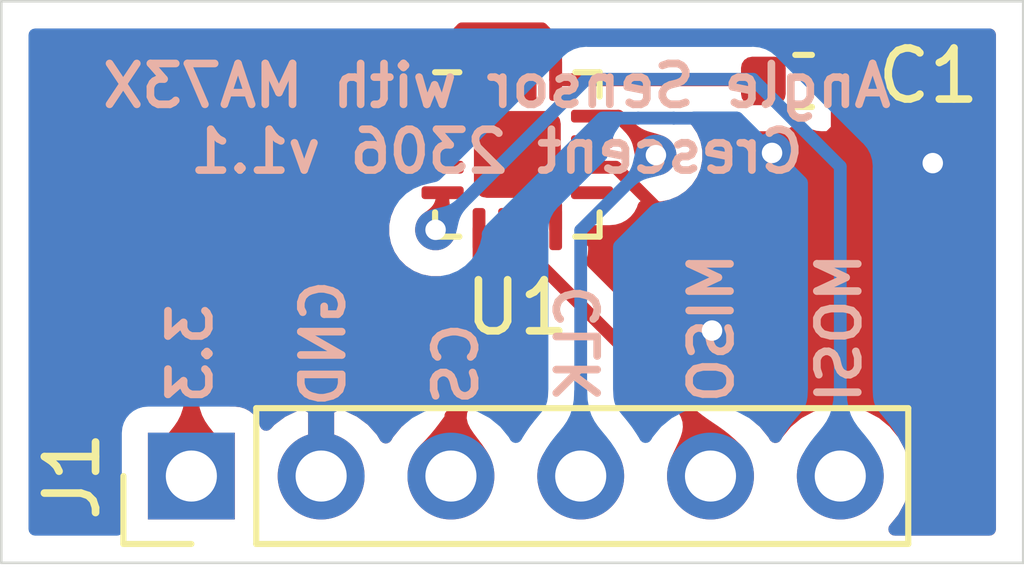
<source format=kicad_pcb>
(kicad_pcb (version 20171130) (host pcbnew "(5.1.2)-1")

  (general
    (thickness 1.6)
    (drawings 11)
    (tracks 64)
    (zones 0)
    (modules 3)
    (nets 7)
  )

  (page A4)
  (title_block
    (title "Angle Sensor Board with MA732")
    (date 2023-06-08)
    (rev v1.1)
    (company Crescent)
  )

  (layers
    (0 F.Cu signal)
    (31 B.Cu signal)
    (32 B.Adhes user)
    (33 F.Adhes user)
    (34 B.Paste user)
    (35 F.Paste user)
    (36 B.SilkS user)
    (37 F.SilkS user)
    (38 B.Mask user)
    (39 F.Mask user)
    (40 Dwgs.User user)
    (41 Cmts.User user)
    (42 Eco1.User user)
    (43 Eco2.User user)
    (44 Edge.Cuts user)
    (45 Margin user)
    (46 B.CrtYd user)
    (47 F.CrtYd user)
    (48 B.Fab user)
    (49 F.Fab user hide)
  )

  (setup
    (last_trace_width 0.25)
    (trace_clearance 0.2)
    (zone_clearance 0.508)
    (zone_45_only no)
    (trace_min 0.2)
    (via_size 0.8)
    (via_drill 0.4)
    (via_min_size 0.4)
    (via_min_drill 0.3)
    (uvia_size 0.3)
    (uvia_drill 0.1)
    (uvias_allowed no)
    (uvia_min_size 0.2)
    (uvia_min_drill 0.1)
    (edge_width 0.05)
    (segment_width 0.2)
    (pcb_text_width 0.3)
    (pcb_text_size 1.5 1.5)
    (mod_edge_width 0.12)
    (mod_text_size 1 1)
    (mod_text_width 0.15)
    (pad_size 3.2 3.2)
    (pad_drill 3.2)
    (pad_to_mask_clearance 0.051)
    (solder_mask_min_width 0.25)
    (aux_axis_origin 0 0)
    (visible_elements 7FFFFFFF)
    (pcbplotparams
      (layerselection 0x010fc_ffffffff)
      (usegerberextensions true)
      (usegerberattributes false)
      (usegerberadvancedattributes false)
      (creategerberjobfile false)
      (excludeedgelayer true)
      (linewidth 0.100000)
      (plotframeref false)
      (viasonmask false)
      (mode 1)
      (useauxorigin false)
      (hpglpennumber 1)
      (hpglpenspeed 20)
      (hpglpendiameter 15.000000)
      (psnegative false)
      (psa4output false)
      (plotreference true)
      (plotvalue true)
      (plotinvisibletext false)
      (padsonsilk false)
      (subtractmaskfromsilk true)
      (outputformat 1)
      (mirror false)
      (drillshape 0)
      (scaleselection 1)
      (outputdirectory "gerber/"))
  )

  (net 0 "")
  (net 1 /GND)
  (net 2 /3.3V)
  (net 3 /MOSI)
  (net 4 /MISO)
  (net 5 /CLK)
  (net 6 /CS)

  (net_class Default "これはデフォルトのネット クラスです。"
    (clearance 0.2)
    (trace_width 0.25)
    (via_dia 0.8)
    (via_drill 0.4)
    (uvia_dia 0.3)
    (uvia_drill 0.1)
    (add_net /3.3V)
    (add_net /CLK)
    (add_net /CS)
    (add_net /GND)
    (add_net /MISO)
    (add_net /MOSI)
  )

  (module Package_DFN_QFN:QFN-16-1EP_3x3mm_P0.5mm_EP1.7x1.7mm (layer F.Cu) (tedit 5C1D45D2) (tstamp 5F2F04B0)
    (at 160.1 87)
    (descr "QFN, 16 Pin (https://www.st.com/content/ccc/resource/technical/document/datasheet/4a/50/94/16/69/af/4b/58/DM00047334.pdf/files/DM00047334.pdf/jcr:content/translations/en.DM00047334.pdf), generated with kicad-footprint-generator ipc_dfn_qfn_generator.py")
    (tags "QFN DFN_QFN")
    (path /5F2EB893)
    (attr smd)
    (fp_text reference U1 (at 0 3) (layer F.SilkS)
      (effects (font (size 1 1) (thickness 0.15)))
    )
    (fp_text value MA732 (at 0 2.82) (layer F.Fab)
      (effects (font (size 1 1) (thickness 0.15)))
    )
    (fp_text user %R (at 0 0) (layer F.Fab)
      (effects (font (size 0.75 0.75) (thickness 0.11)))
    )
    (fp_line (start 2.12 -2.12) (end -2.12 -2.12) (layer F.CrtYd) (width 0.05))
    (fp_line (start 2.12 2.12) (end 2.12 -2.12) (layer F.CrtYd) (width 0.05))
    (fp_line (start -2.12 2.12) (end 2.12 2.12) (layer F.CrtYd) (width 0.05))
    (fp_line (start -2.12 -2.12) (end -2.12 2.12) (layer F.CrtYd) (width 0.05))
    (fp_line (start -1.5 -0.75) (end -0.75 -1.5) (layer F.Fab) (width 0.1))
    (fp_line (start -1.5 1.5) (end -1.5 -0.75) (layer F.Fab) (width 0.1))
    (fp_line (start 1.5 1.5) (end -1.5 1.5) (layer F.Fab) (width 0.1))
    (fp_line (start 1.5 -1.5) (end 1.5 1.5) (layer F.Fab) (width 0.1))
    (fp_line (start -0.75 -1.5) (end 1.5 -1.5) (layer F.Fab) (width 0.1))
    (fp_line (start -1.135 -1.61) (end -1.61 -1.61) (layer F.SilkS) (width 0.12))
    (fp_line (start 1.61 1.61) (end 1.61 1.135) (layer F.SilkS) (width 0.12))
    (fp_line (start 1.135 1.61) (end 1.61 1.61) (layer F.SilkS) (width 0.12))
    (fp_line (start -1.61 1.61) (end -1.61 1.135) (layer F.SilkS) (width 0.12))
    (fp_line (start -1.135 1.61) (end -1.61 1.61) (layer F.SilkS) (width 0.12))
    (fp_line (start 1.61 -1.61) (end 1.61 -1.135) (layer F.SilkS) (width 0.12))
    (fp_line (start 1.135 -1.61) (end 1.61 -1.61) (layer F.SilkS) (width 0.12))
    (pad 16 smd roundrect (at -0.75 -1.4625) (size 0.25 0.825) (layers F.Cu F.Paste F.Mask) (roundrect_rratio 0.25))
    (pad 15 smd roundrect (at -0.25 -1.4625) (size 0.25 0.825) (layers F.Cu F.Paste F.Mask) (roundrect_rratio 0.25))
    (pad 14 smd roundrect (at 0.25 -1.4625) (size 0.25 0.825) (layers F.Cu F.Paste F.Mask) (roundrect_rratio 0.25))
    (pad 13 smd roundrect (at 0.75 -1.4625) (size 0.25 0.825) (layers F.Cu F.Paste F.Mask) (roundrect_rratio 0.25)
      (net 2 /3.3V))
    (pad 12 smd roundrect (at 1.4625 -0.75) (size 0.825 0.25) (layers F.Cu F.Paste F.Mask) (roundrect_rratio 0.25)
      (net 5 /CLK))
    (pad 11 smd roundrect (at 1.4625 -0.25) (size 0.825 0.25) (layers F.Cu F.Paste F.Mask) (roundrect_rratio 0.25))
    (pad 10 smd roundrect (at 1.4625 0.25) (size 0.825 0.25) (layers F.Cu F.Paste F.Mask) (roundrect_rratio 0.25)
      (net 1 /GND))
    (pad 9 smd roundrect (at 1.4625 0.75) (size 0.825 0.25) (layers F.Cu F.Paste F.Mask) (roundrect_rratio 0.25))
    (pad 8 smd roundrect (at 0.75 1.4625) (size 0.25 0.825) (layers F.Cu F.Paste F.Mask) (roundrect_rratio 0.25)
      (net 1 /GND))
    (pad 7 smd roundrect (at 0.25 1.4625) (size 0.25 0.825) (layers F.Cu F.Paste F.Mask) (roundrect_rratio 0.25)
      (net 4 /MISO))
    (pad 6 smd roundrect (at -0.25 1.4625) (size 0.25 0.825) (layers F.Cu F.Paste F.Mask) (roundrect_rratio 0.25))
    (pad 5 smd roundrect (at -0.75 1.4625) (size 0.25 0.825) (layers F.Cu F.Paste F.Mask) (roundrect_rratio 0.25)
      (net 6 /CS))
    (pad 4 smd roundrect (at -1.4625 0.75) (size 0.825 0.25) (layers F.Cu F.Paste F.Mask) (roundrect_rratio 0.25)
      (net 3 /MOSI))
    (pad 3 smd roundrect (at -1.4625 0.25) (size 0.825 0.25) (layers F.Cu F.Paste F.Mask) (roundrect_rratio 0.25))
    (pad 2 smd roundrect (at -1.4625 -0.25) (size 0.825 0.25) (layers F.Cu F.Paste F.Mask) (roundrect_rratio 0.25))
    (pad 1 smd roundrect (at -1.4625 -0.75) (size 0.825 0.25) (layers F.Cu F.Paste F.Mask) (roundrect_rratio 0.25))
    (pad "" smd roundrect (at 0.425 0.425) (size 0.69 0.69) (layers F.Paste) (roundrect_rratio 0.25))
    (pad "" smd roundrect (at 0.425 -0.425) (size 0.69 0.69) (layers F.Paste) (roundrect_rratio 0.25))
    (pad "" smd roundrect (at -0.425 0.425) (size 0.69 0.69) (layers F.Paste) (roundrect_rratio 0.25))
    (pad "" smd roundrect (at -0.425 -0.425) (size 0.69 0.69) (layers F.Paste) (roundrect_rratio 0.25))
    (pad 17 smd roundrect (at 0 0) (size 1.7 1.7) (layers F.Cu F.Mask) (roundrect_rratio 0.147059)
      (net 1 /GND))
    (model ${KISYS3DMOD}/Package_DFN_QFN.3dshapes/QFN-16-1EP_3x3mm_P0.5mm_EP1.7x1.7mm.wrl
      (at (xyz 0 0 0))
      (scale (xyz 1 1 1))
      (rotate (xyz 0 0 0))
    )
  )

  (module Connector_PinHeader_2.54mm:PinHeader_1x06_P2.54mm_Vertical (layer F.Cu) (tedit 59FED5CC) (tstamp 5F2F0416)
    (at 153.72 93.3 90)
    (descr "Through hole straight pin header, 1x06, 2.54mm pitch, single row")
    (tags "Through hole pin header THT 1x06 2.54mm single row")
    (path /5F2EC098)
    (fp_text reference J1 (at 0 -2.33 90) (layer F.SilkS)
      (effects (font (size 1 1) (thickness 0.15)))
    )
    (fp_text value Conn_01x06 (at 0 15.03 90) (layer F.Fab)
      (effects (font (size 1 1) (thickness 0.15)))
    )
    (fp_text user %R (at 0 6.35) (layer F.Fab)
      (effects (font (size 1 1) (thickness 0.15)))
    )
    (fp_line (start 1.8 -1.8) (end -1.8 -1.8) (layer F.CrtYd) (width 0.05))
    (fp_line (start 1.8 14.5) (end 1.8 -1.8) (layer F.CrtYd) (width 0.05))
    (fp_line (start -1.8 14.5) (end 1.8 14.5) (layer F.CrtYd) (width 0.05))
    (fp_line (start -1.8 -1.8) (end -1.8 14.5) (layer F.CrtYd) (width 0.05))
    (fp_line (start -1.33 -1.33) (end 0 -1.33) (layer F.SilkS) (width 0.12))
    (fp_line (start -1.33 0) (end -1.33 -1.33) (layer F.SilkS) (width 0.12))
    (fp_line (start -1.33 1.27) (end 1.33 1.27) (layer F.SilkS) (width 0.12))
    (fp_line (start 1.33 1.27) (end 1.33 14.03) (layer F.SilkS) (width 0.12))
    (fp_line (start -1.33 1.27) (end -1.33 14.03) (layer F.SilkS) (width 0.12))
    (fp_line (start -1.33 14.03) (end 1.33 14.03) (layer F.SilkS) (width 0.12))
    (fp_line (start -1.27 -0.635) (end -0.635 -1.27) (layer F.Fab) (width 0.1))
    (fp_line (start -1.27 13.97) (end -1.27 -0.635) (layer F.Fab) (width 0.1))
    (fp_line (start 1.27 13.97) (end -1.27 13.97) (layer F.Fab) (width 0.1))
    (fp_line (start 1.27 -1.27) (end 1.27 13.97) (layer F.Fab) (width 0.1))
    (fp_line (start -0.635 -1.27) (end 1.27 -1.27) (layer F.Fab) (width 0.1))
    (pad 6 thru_hole oval (at 0 12.7 90) (size 1.7 1.7) (drill 1) (layers *.Cu *.Mask)
      (net 3 /MOSI))
    (pad 5 thru_hole oval (at 0 10.16 90) (size 1.7 1.7) (drill 1) (layers *.Cu *.Mask)
      (net 4 /MISO))
    (pad 4 thru_hole oval (at 0 7.62 90) (size 1.7 1.7) (drill 1) (layers *.Cu *.Mask)
      (net 5 /CLK))
    (pad 3 thru_hole oval (at 0 5.08 90) (size 1.7 1.7) (drill 1) (layers *.Cu *.Mask)
      (net 6 /CS))
    (pad 2 thru_hole oval (at 0 2.54 90) (size 1.7 1.7) (drill 1) (layers *.Cu *.Mask)
      (net 1 /GND))
    (pad 1 thru_hole rect (at 0 0 90) (size 1.7 1.7) (drill 1) (layers *.Cu *.Mask)
      (net 2 /3.3V))
    (model ${KISYS3DMOD}/Connector_PinHeader_2.54mm.3dshapes/PinHeader_1x06_P2.54mm_Vertical.wrl
      (at (xyz 0 0 0))
      (scale (xyz 1 1 1))
      (rotate (xyz 0 0 0))
    )
  )

  (module Capacitor_SMD:C_0603_1608Metric (layer F.Cu) (tedit 5B301BBE) (tstamp 5F2F03FC)
    (at 165.702 85.56)
    (descr "Capacitor SMD 0603 (1608 Metric), square (rectangular) end terminal, IPC_7351 nominal, (Body size source: http://www.tortai-tech.com/upload/download/2011102023233369053.pdf), generated with kicad-footprint-generator")
    (tags capacitor)
    (path /5F2EC6AE)
    (attr smd)
    (fp_text reference C1 (at 2.4425 -0.1) (layer F.SilkS)
      (effects (font (size 1 1) (thickness 0.15)))
    )
    (fp_text value C (at 0 1.43) (layer F.Fab)
      (effects (font (size 1 1) (thickness 0.15)))
    )
    (fp_text user %R (at 0 0) (layer F.Fab)
      (effects (font (size 0.4 0.4) (thickness 0.06)))
    )
    (fp_line (start 1.48 0.73) (end -1.48 0.73) (layer F.CrtYd) (width 0.05))
    (fp_line (start 1.48 -0.73) (end 1.48 0.73) (layer F.CrtYd) (width 0.05))
    (fp_line (start -1.48 -0.73) (end 1.48 -0.73) (layer F.CrtYd) (width 0.05))
    (fp_line (start -1.48 0.73) (end -1.48 -0.73) (layer F.CrtYd) (width 0.05))
    (fp_line (start -0.162779 0.51) (end 0.162779 0.51) (layer F.SilkS) (width 0.12))
    (fp_line (start -0.162779 -0.51) (end 0.162779 -0.51) (layer F.SilkS) (width 0.12))
    (fp_line (start 0.8 0.4) (end -0.8 0.4) (layer F.Fab) (width 0.1))
    (fp_line (start 0.8 -0.4) (end 0.8 0.4) (layer F.Fab) (width 0.1))
    (fp_line (start -0.8 -0.4) (end 0.8 -0.4) (layer F.Fab) (width 0.1))
    (fp_line (start -0.8 0.4) (end -0.8 -0.4) (layer F.Fab) (width 0.1))
    (pad 2 smd roundrect (at 0.7875 0) (size 0.875 0.95) (layers F.Cu F.Paste F.Mask) (roundrect_rratio 0.25)
      (net 1 /GND))
    (pad 1 smd roundrect (at -0.7875 0) (size 0.875 0.95) (layers F.Cu F.Paste F.Mask) (roundrect_rratio 0.25)
      (net 2 /3.3V))
    (model ${KISYS3DMOD}/Capacitor_SMD.3dshapes/C_0603_1608Metric.wrl
      (at (xyz 0 0 0))
      (scale (xyz 1 1 1))
      (rotate (xyz 0 0 0))
    )
  )

  (gr_text MOSI (at 166.4 90.4 90) (layer B.SilkS) (tstamp 5F2F0DFF)
    (effects (font (size 0.8 0.8) (thickness 0.15)) (justify mirror))
  )
  (gr_text MISO (at 163.9 90.4 90) (layer B.SilkS) (tstamp 5F2F0DFA)
    (effects (font (size 0.8 0.8) (thickness 0.15)) (justify mirror))
  )
  (gr_text CLK (at 161.3 90.7 90) (layer B.SilkS) (tstamp 5F2F0DF5)
    (effects (font (size 0.8 0.8) (thickness 0.15)) (justify mirror))
  )
  (gr_text CS (at 158.9 91.1 90) (layer B.SilkS) (tstamp 5F2F0DEF)
    (effects (font (size 0.8 0.8) (thickness 0.15)) (justify mirror))
  )
  (gr_text GND (at 156.3 90.7 90) (layer B.SilkS) (tstamp 5F2F0DE2)
    (effects (font (size 0.8 0.8) (thickness 0.15)) (justify mirror))
  )
  (gr_text 3.3 (at 153.7 90.9 90) (layer B.SilkS)
    (effects (font (size 0.8 0.8) (thickness 0.15)) (justify mirror))
  )
  (gr_text "Angle Sensor with MA73X\nCrescent 2306 v1.1" (at 159.7 86.3) (layer B.SilkS)
    (effects (font (size 0.8 0.8) (thickness 0.15)) (justify mirror))
  )
  (gr_line (start 150 95) (end 150 84) (layer Edge.Cuts) (width 0.05) (tstamp 5F2F087F))
  (gr_line (start 170 95) (end 150 95) (layer Edge.Cuts) (width 0.05))
  (gr_line (start 170 84) (end 170 95) (layer Edge.Cuts) (width 0.05))
  (gr_line (start 150 84) (end 170 84) (layer Edge.Cuts) (width 0.05))

  (segment (start 160.7919 87.25) (end 160.35 87.25) (width 0.25) (layer F.Cu) (net 1))
  (segment (start 160.35 87.25) (end 160.1 87) (width 0.25) (layer F.Cu) (net 1))
  (segment (start 161.5625 87.25) (end 160.7919 87.25) (width 0.25) (layer F.Cu) (net 1))
  (segment (start 160.7919 87.25) (end 160.7919 87.9419) (width 0.25) (layer F.Cu) (net 1))
  (segment (start 160.7919 87.9419) (end 160.85 88) (width 0.25) (layer F.Cu) (net 1))
  (segment (start 160.85 88) (end 160.85 88.4625) (width 0.25) (layer F.Cu) (net 1))
  (via (at 165.0846 86.9704) (size 0.8) (layers F.Cu B.Cu) (net 1))
  (segment (start 166.1096 86.9704) (end 165.0846 86.9704) (width 0.25) (layer F.Cu) (net 1))
  (segment (start 166.4895 85.56) (end 166.4895 86.5905) (width 0.25) (layer F.Cu) (net 1))
  (segment (start 166.4895 86.5905) (end 166.1096 86.9704) (width 0.25) (layer F.Cu) (net 1))
  (segment (start 165.0846 87.536085) (end 165.47 87.921485) (width 0.25) (layer F.Cu) (net 1))
  (segment (start 165.0846 86.9704) (end 165.0846 87.536085) (width 0.25) (layer F.Cu) (net 1))
  (via (at 163.91 90.45) (size 0.8) (drill 0.4) (layers F.Cu B.Cu) (net 1))
  (segment (start 165.47 87.921485) (end 165.47 88.89) (width 0.25) (layer F.Cu) (net 1))
  (segment (start 165.47 88.89) (end 163.91 90.45) (width 0.25) (layer F.Cu) (net 1))
  (via (at 168.23 87.17) (size 0.8) (drill 0.4) (layers F.Cu B.Cu) (net 1))
  (segment (start 165.0846 86.9704) (end 168.0304 86.9704) (width 0.25) (layer F.Cu) (net 1))
  (segment (start 168.0304 86.9704) (end 168.23 87.17) (width 0.25) (layer F.Cu) (net 1))
  (segment (start 164.4042 86.29) (end 165.0846 86.9704) (width 0.25) (layer B.Cu) (net 1))
  (segment (start 163.160129 86.288783) (end 163.161346 86.29) (width 0.25) (layer B.Cu) (net 1))
  (segment (start 162.464125 86.288783) (end 163.160129 86.288783) (width 0.25) (layer B.Cu) (net 1))
  (segment (start 163.161346 86.29) (end 164.4042 86.29) (width 0.25) (layer B.Cu) (net 1))
  (segment (start 162.462908 86.29) (end 162.464125 86.288783) (width 0.25) (layer B.Cu) (net 1))
  (segment (start 161.8 86.29) (end 162.462908 86.29) (width 0.25) (layer B.Cu) (net 1))
  (segment (start 156.26 93.3) (end 156.26 91.94) (width 0.25) (layer B.Cu) (net 1))
  (segment (start 156.375 91.825) (end 157.025 91.825) (width 0.25) (layer B.Cu) (net 1))
  (segment (start 157.025 91.825) (end 159.53 89.32) (width 0.25) (layer B.Cu) (net 1))
  (segment (start 159.53 89.32) (end 159.53 88.56) (width 0.25) (layer B.Cu) (net 1))
  (segment (start 156.26 91.94) (end 156.375 91.825) (width 0.25) (layer B.Cu) (net 1))
  (segment (start 159.53 88.56) (end 161.8 86.29) (width 0.25) (layer B.Cu) (net 1))
  (segment (start 164.684601 87.370399) (end 165.0846 86.9704) (width 0.25) (layer F.Cu) (net 1))
  (segment (start 164.005 88.05) (end 164.684601 87.370399) (width 0.25) (layer F.Cu) (net 1))
  (segment (start 162.823022 88.05) (end 164.005 88.05) (width 0.25) (layer F.Cu) (net 1))
  (segment (start 161.5625 87.25) (end 162.023022 87.25) (width 0.25) (layer F.Cu) (net 1))
  (segment (start 162.023022 87.25) (end 162.823022 88.05) (width 0.25) (layer F.Cu) (net 1))
  (segment (start 164.9147 85.5598) (end 164.915 85.56) (width 0.25) (layer F.Cu) (net 2))
  (segment (start 160.85 85.5375) (end 164.892 85.5375) (width 0.25) (layer F.Cu) (net 2))
  (segment (start 164.892 85.5375) (end 164.9147 85.5598) (width 0.25) (layer F.Cu) (net 2))
  (segment (start 164.9145 85.56) (end 164.9147 85.5598) (width 0.25) (layer F.Cu) (net 2))
  (segment (start 160.85 84.81) (end 160.85 85.5375) (width 0.25) (layer F.Cu) (net 2))
  (segment (start 160.58 84.54) (end 160.85 84.81) (width 0.25) (layer F.Cu) (net 2))
  (segment (start 159.02 84.54) (end 160.58 84.54) (width 0.25) (layer F.Cu) (net 2))
  (segment (start 153.72 93.3) (end 153.72 89.84) (width 0.25) (layer F.Cu) (net 2))
  (segment (start 153.72 89.84) (end 159.02 84.54) (width 0.25) (layer F.Cu) (net 2))
  (segment (start 158.4996 88.4766) (end 158.6375 88.3387) (width 0.25) (layer F.Cu) (net 3))
  (segment (start 158.6375 88.3387) (end 158.6375 87.75) (width 0.25) (layer F.Cu) (net 3))
  (segment (start 166.42 93.3) (end 166.42 87.2369) (width 0.25) (layer B.Cu) (net 3))
  (segment (start 166.42 87.2369) (end 164.7104 85.5273) (width 0.25) (layer B.Cu) (net 3))
  (segment (start 164.7104 85.5273) (end 161.4489 85.5273) (width 0.25) (layer B.Cu) (net 3))
  (segment (start 161.4489 85.5273) (end 158.4996 88.4766) (width 0.25) (layer B.Cu) (net 3))
  (via (at 158.4996 88.4766) (size 0.8) (layers F.Cu B.Cu) (net 3))
  (segment (start 160.35 88.962) (end 160.35 88.4625) (width 0.25) (layer F.Cu) (net 4))
  (segment (start 163.88 93.3) (end 163.88 92.492) (width 0.25) (layer F.Cu) (net 4))
  (segment (start 163.88 92.492) (end 160.35 88.962) (width 0.25) (layer F.Cu) (net 4))
  (segment (start 162.075 86.25) (end 162.812127 86.987127) (width 0.25) (layer F.Cu) (net 5))
  (segment (start 162.412128 87.413784) (end 162.812127 87.013785) (width 0.25) (layer B.Cu) (net 5))
  (segment (start 162.812127 86.987127) (end 162.812127 87.013785) (width 0.25) (layer F.Cu) (net 5))
  (segment (start 161.34 93.3) (end 161.34 88.485912) (width 0.25) (layer B.Cu) (net 5))
  (segment (start 161.34 88.485912) (end 162.412128 87.413784) (width 0.25) (layer B.Cu) (net 5))
  (segment (start 161.5625 86.25) (end 162.075 86.25) (width 0.25) (layer F.Cu) (net 5))
  (via (at 162.812127 87.013785) (size 0.8) (drill 0.4) (layers F.Cu B.Cu) (net 5))
  (segment (start 158.8 93.3) (end 158.8 92.1247) (width 0.25) (layer F.Cu) (net 6))
  (segment (start 158.8 92.1247) (end 159.35 91.5747) (width 0.25) (layer F.Cu) (net 6))
  (segment (start 159.35 91.5747) (end 159.35 88.4625) (width 0.25) (layer F.Cu) (net 6))

  (zone (net 0) (net_name "") (layer F.Cu) (tstamp 0) (hatch edge 0.508)
    (connect_pads (clearance 0.508))
    (min_thickness 0.254)
    (keepout (tracks not_allowed) (vias not_allowed) (copperpour allowed))
    (fill (arc_segments 32) (thermal_gap 0.508) (thermal_bridge_width 0.508))
    (polygon
      (pts
        (xy 151.1 94.6) (xy 168.1 94.6) (xy 168.1 95.1) (xy 151.1 95)
      )
    )
  )
  (zone (net 0) (net_name "") (layer B.Cu) (tstamp 0) (hatch edge 0.508)
    (connect_pads (clearance 0.508))
    (min_thickness 0.254)
    (keepout (tracks not_allowed) (vias not_allowed) (copperpour allowed))
    (fill (arc_segments 32) (thermal_gap 0.508) (thermal_bridge_width 0.508))
    (polygon
      (pts
        (xy 151.1 94.6) (xy 168.1 94.6) (xy 168.1 95.1) (xy 151.1 95)
      )
    )
  )
  (zone (net 1) (net_name /GND) (layer F.Cu) (tstamp 0) (hatch edge 0.508)
    (connect_pads (clearance 0.508))
    (min_thickness 0.254)
    (fill yes (arc_segments 32) (thermal_gap 0.508) (thermal_bridge_width 0.508))
    (polygon
      (pts
        (xy 150 84) (xy 170 84) (xy 170 95) (xy 150 95)
      )
    )
    (filled_polygon
      (pts
        (xy 169.340001 94.34) (xy 167.487554 94.34) (xy 167.660706 94.129014) (xy 167.798599 93.871034) (xy 167.883513 93.591111)
        (xy 167.912185 93.3) (xy 167.883513 93.008889) (xy 167.798599 92.728966) (xy 167.660706 92.470986) (xy 167.475134 92.244866)
        (xy 167.249014 92.059294) (xy 166.991034 91.921401) (xy 166.711111 91.836487) (xy 166.49295 91.815) (xy 166.34705 91.815)
        (xy 166.128889 91.836487) (xy 165.848966 91.921401) (xy 165.590986 92.059294) (xy 165.364866 92.244866) (xy 165.179294 92.470986)
        (xy 165.15 92.525791) (xy 165.120706 92.470986) (xy 164.935134 92.244866) (xy 164.862307 92.185098) (xy 164.788157 92.11439)
        (xy 164.763685 92.092239) (xy 164.646613 91.991682) (xy 164.621082 91.970879) (xy 164.514071 91.888206) (xy 164.492491 91.87225)
        (xy 164.39157 91.800882) (xy 164.380013 91.7929) (xy 164.282292 91.726988) (xy 164.190103 91.664256) (xy 164.102038 91.600633)
        (xy 164.008691 91.526825) (xy 163.901479 91.433229) (xy 163.769178 91.306376) (xy 161.569418 89.106617) (xy 161.569987 89.105491)
        (xy 161.603521 88.984986) (xy 161.612902 88.860254) (xy 161.61 88.74825) (xy 161.451252 88.589502) (xy 161.61 88.589502)
        (xy 161.61 88.513072) (xy 161.9125 88.513072) (xy 162.049175 88.499611) (xy 162.180597 88.459744) (xy 162.301717 88.395004)
        (xy 162.407879 88.307879) (xy 162.495004 88.201717) (xy 162.559744 88.080597) (xy 162.577406 88.022373) (xy 162.710188 88.048785)
        (xy 162.914066 88.048785) (xy 163.114025 88.009011) (xy 163.302383 87.93099) (xy 163.471901 87.817722) (xy 163.616064 87.673559)
        (xy 163.729332 87.504041) (xy 163.807353 87.315683) (xy 163.847127 87.115724) (xy 163.847127 86.911846) (xy 163.807353 86.711887)
        (xy 163.729332 86.523529) (xy 163.616064 86.354011) (xy 163.559553 86.2975) (xy 163.987617 86.2975) (xy 164.089885 86.422115)
        (xy 164.219725 86.528671) (xy 164.367858 86.60785) (xy 164.528592 86.656608) (xy 164.69575 86.673072) (xy 165.13325 86.673072)
        (xy 165.300408 86.656608) (xy 165.461142 86.60785) (xy 165.609275 86.528671) (xy 165.63093 86.5109) (xy 165.697506 86.565537)
        (xy 165.80782 86.624502) (xy 165.927518 86.660812) (xy 166.052 86.673072) (xy 166.20375 86.67) (xy 166.3625 86.51125)
        (xy 166.3625 85.687) (xy 166.6165 85.687) (xy 166.6165 86.51125) (xy 166.77525 86.67) (xy 166.927 86.673072)
        (xy 167.051482 86.660812) (xy 167.17118 86.624502) (xy 167.281494 86.565537) (xy 167.378185 86.486185) (xy 167.457537 86.389494)
        (xy 167.516502 86.27918) (xy 167.552812 86.159482) (xy 167.565072 86.035) (xy 167.562 85.84575) (xy 167.40325 85.687)
        (xy 166.6165 85.687) (xy 166.3625 85.687) (xy 166.3425 85.687) (xy 166.3425 85.433) (xy 166.3625 85.433)
        (xy 166.3625 85.413) (xy 166.6165 85.413) (xy 166.6165 85.433) (xy 167.40325 85.433) (xy 167.562 85.27425)
        (xy 167.565072 85.085) (xy 167.552812 84.960518) (xy 167.516502 84.84082) (xy 167.457537 84.730506) (xy 167.399674 84.66)
        (xy 169.34 84.66)
      )
    )
    (filled_polygon
      (pts
        (xy 157.600389 87.050825) (xy 157.586928 87.1875) (xy 157.586928 87.3125) (xy 157.600389 87.449175) (xy 157.615807 87.5)
        (xy 157.600389 87.550825) (xy 157.586928 87.6875) (xy 157.586928 87.8125) (xy 157.600389 87.949175) (xy 157.602525 87.956217)
        (xy 157.582395 87.986344) (xy 157.504374 88.174702) (xy 157.4646 88.374661) (xy 157.4646 88.578539) (xy 157.504374 88.778498)
        (xy 157.582395 88.966856) (xy 157.695663 89.136374) (xy 157.839826 89.280537) (xy 158.009344 89.393805) (xy 158.197702 89.471826)
        (xy 158.397661 89.5116) (xy 158.590001 89.5116) (xy 158.59 91.259898) (xy 158.288997 91.560902) (xy 158.26 91.584699)
        (xy 158.236202 91.613697) (xy 158.236201 91.613698) (xy 158.165026 91.700424) (xy 158.094454 91.832454) (xy 158.08785 91.854226)
        (xy 158.048809 91.90665) (xy 157.989516 91.983532) (xy 157.925435 92.061336) (xy 157.848197 92.147958) (xy 157.79212 92.206085)
        (xy 157.744866 92.244866) (xy 157.559294 92.470986) (xy 157.524799 92.535523) (xy 157.455178 92.418645) (xy 157.260269 92.202412)
        (xy 157.02692 92.028359) (xy 156.764099 91.903175) (xy 156.61689 91.858524) (xy 156.387 91.979845) (xy 156.387 93.173)
        (xy 156.407 93.173) (xy 156.407 93.427) (xy 156.387 93.427) (xy 156.387 93.447) (xy 156.133 93.447)
        (xy 156.133 93.427) (xy 156.113 93.427) (xy 156.113 93.173) (xy 156.133 93.173) (xy 156.133 91.979845)
        (xy 155.90311 91.858524) (xy 155.755901 91.903175) (xy 155.49308 92.028359) (xy 155.259731 92.202412) (xy 155.183966 92.286466)
        (xy 155.159502 92.20582) (xy 155.100537 92.095506) (xy 155.021185 91.998815) (xy 154.924494 91.919463) (xy 154.81418 91.860498)
        (xy 154.694482 91.824188) (xy 154.57 91.811928) (xy 154.500784 91.811928) (xy 154.487406 91.736959) (xy 154.48 91.593611)
        (xy 154.48 90.154801) (xy 157.607536 87.027266)
      )
    )
    (filled_polygon
      (pts
        (xy 160.227 86.873) (xy 160.247 86.873) (xy 160.247 87.127) (xy 160.227 87.127) (xy 160.227 87.147)
        (xy 159.973 87.147) (xy 159.973 87.127) (xy 159.953 87.127) (xy 159.953 86.873) (xy 159.973 86.873)
        (xy 159.973 86.853) (xy 160.227 86.853)
      )
    )
  )
  (zone (net 1) (net_name /GND) (layer B.Cu) (tstamp 0) (hatch edge 0.508)
    (connect_pads (clearance 0.508))
    (min_thickness 0.254)
    (fill yes (arc_segments 32) (thermal_gap 0.508) (thermal_bridge_width 0.508))
    (polygon
      (pts
        (xy 150 84) (xy 170 84) (xy 170 95) (xy 150 95)
      )
    )
    (filled_polygon
      (pts
        (xy 169.340001 94.34) (xy 167.487554 94.34) (xy 167.660706 94.129014) (xy 167.798599 93.871034) (xy 167.883513 93.591111)
        (xy 167.912185 93.3) (xy 167.883513 93.008889) (xy 167.798599 92.728966) (xy 167.660706 92.470986) (xy 167.652491 92.460976)
        (xy 167.625874 92.417059) (xy 167.537451 92.285232) (xy 167.511267 92.249018) (xy 167.423505 92.136221) (xy 167.410574 92.120147)
        (xy 167.329934 92.023175) (xy 167.270074 91.948358) (xy 167.23586 91.898233) (xy 167.216701 91.860899) (xy 167.201372 91.815224)
        (xy 167.187406 91.736959) (xy 167.18 91.593611) (xy 167.18 87.274233) (xy 167.183677 87.2369) (xy 167.169003 87.087914)
        (xy 167.125546 86.944653) (xy 167.054974 86.812624) (xy 166.983799 86.725897) (xy 166.960001 86.696899) (xy 166.931003 86.673101)
        (xy 165.274204 85.016303) (xy 165.250401 84.987299) (xy 165.134676 84.892326) (xy 165.002647 84.821754) (xy 164.859386 84.778297)
        (xy 164.747733 84.7673) (xy 164.747722 84.7673) (xy 164.7104 84.763624) (xy 164.673078 84.7673) (xy 161.486222 84.7673)
        (xy 161.448899 84.763624) (xy 161.411576 84.7673) (xy 161.411567 84.7673) (xy 161.299914 84.778297) (xy 161.156653 84.821754)
        (xy 161.024623 84.892326) (xy 160.940983 84.960968) (xy 160.908899 84.987299) (xy 160.885101 85.016297) (xy 158.528934 87.372465)
        (xy 158.491329 87.407448) (xy 158.485561 87.411944) (xy 158.476088 87.414471) (xy 158.4318 87.42446) (xy 158.431611 87.424502)
        (xy 158.370751 87.438248) (xy 158.351275 87.442972) (xy 158.284136 87.46038) (xy 158.252596 87.469433) (xy 158.243811 87.472203)
        (xy 158.197702 87.481374) (xy 158.009344 87.559395) (xy 157.839826 87.672663) (xy 157.695663 87.816826) (xy 157.582395 87.986344)
        (xy 157.504374 88.174702) (xy 157.4646 88.374661) (xy 157.4646 88.578539) (xy 157.504374 88.778498) (xy 157.582395 88.966856)
        (xy 157.695663 89.136374) (xy 157.839826 89.280537) (xy 158.009344 89.393805) (xy 158.197702 89.471826) (xy 158.397661 89.5116)
        (xy 158.601539 89.5116) (xy 158.801498 89.471826) (xy 158.989856 89.393805) (xy 159.159374 89.280537) (xy 159.303537 89.136374)
        (xy 159.416805 88.966856) (xy 159.494826 88.778498) (xy 159.503999 88.732381) (xy 159.506769 88.723594) (xy 159.515819 88.692063)
        (xy 159.533227 88.624924) (xy 159.537951 88.605448) (xy 159.551697 88.544588) (xy 159.551739 88.544399) (xy 159.561728 88.500111)
        (xy 159.564255 88.490638) (xy 159.568745 88.484878) (xy 159.60374 88.447261) (xy 161.763702 86.2873) (xy 162.074901 86.2873)
        (xy 162.00819 86.354011) (xy 161.894922 86.523529) (xy 161.816901 86.711887) (xy 161.807882 86.757228) (xy 161.80477 86.767058)
        (xy 161.796092 86.797004) (xy 161.778189 86.864984) (xy 161.773729 86.882983) (xy 161.759663 86.94352) (xy 161.749228 86.988096)
        (xy 161.74581 87.000444) (xy 161.737814 87.010631) (xy 161.701164 87.049946) (xy 160.828998 87.922113) (xy 160.8 87.945911)
        (xy 160.776202 87.974909) (xy 160.776201 87.97491) (xy 160.705026 88.061636) (xy 160.634454 88.193666) (xy 160.613521 88.262676)
        (xy 160.593823 88.327615) (xy 160.590998 88.336927) (xy 160.576324 88.485912) (xy 160.580001 88.523244) (xy 160.58 91.593599)
        (xy 160.572593 91.736959) (xy 160.558627 91.815224) (xy 160.543298 91.860899) (xy 160.524139 91.898233) (xy 160.489925 91.948358)
        (xy 160.430065 92.023175) (xy 160.349425 92.120147) (xy 160.336494 92.136221) (xy 160.248732 92.249018) (xy 160.222548 92.285232)
        (xy 160.134125 92.417059) (xy 160.107505 92.460981) (xy 160.099294 92.470986) (xy 160.07 92.525791) (xy 160.040706 92.470986)
        (xy 159.855134 92.244866) (xy 159.629014 92.059294) (xy 159.371034 91.921401) (xy 159.091111 91.836487) (xy 158.87295 91.815)
        (xy 158.72705 91.815) (xy 158.508889 91.836487) (xy 158.228966 91.921401) (xy 157.970986 92.059294) (xy 157.744866 92.244866)
        (xy 157.559294 92.470986) (xy 157.524799 92.535523) (xy 157.455178 92.418645) (xy 157.260269 92.202412) (xy 157.02692 92.028359)
        (xy 156.764099 91.903175) (xy 156.61689 91.858524) (xy 156.387 91.979845) (xy 156.387 93.173) (xy 156.407 93.173)
        (xy 156.407 93.427) (xy 156.387 93.427) (xy 156.387 93.447) (xy 156.133 93.447) (xy 156.133 93.427)
        (xy 156.113 93.427) (xy 156.113 93.173) (xy 156.133 93.173) (xy 156.133 91.979845) (xy 155.90311 91.858524)
        (xy 155.755901 91.903175) (xy 155.49308 92.028359) (xy 155.259731 92.202412) (xy 155.183966 92.286466) (xy 155.159502 92.20582)
        (xy 155.100537 92.095506) (xy 155.021185 91.998815) (xy 154.924494 91.919463) (xy 154.81418 91.860498) (xy 154.694482 91.824188)
        (xy 154.57 91.811928) (xy 152.87 91.811928) (xy 152.745518 91.824188) (xy 152.62582 91.860498) (xy 152.515506 91.919463)
        (xy 152.418815 91.998815) (xy 152.339463 92.095506) (xy 152.280498 92.20582) (xy 152.244188 92.325518) (xy 152.231928 92.45)
        (xy 152.231928 94.15) (xy 152.244188 94.274482) (xy 152.264063 94.34) (xy 150.66 94.34) (xy 150.66 84.66)
        (xy 169.34 84.66)
      )
    )
    (filled_polygon
      (pts
        (xy 165.660001 87.551703) (xy 165.66 91.593601) (xy 165.652593 91.736959) (xy 165.638627 91.815224) (xy 165.623298 91.860899)
        (xy 165.604139 91.898233) (xy 165.569925 91.948358) (xy 165.510065 92.023175) (xy 165.429425 92.120147) (xy 165.416494 92.136221)
        (xy 165.328732 92.249018) (xy 165.302548 92.285232) (xy 165.214125 92.417059) (xy 165.187505 92.460981) (xy 165.179294 92.470986)
        (xy 165.15 92.525791) (xy 165.120706 92.470986) (xy 164.935134 92.244866) (xy 164.709014 92.059294) (xy 164.451034 91.921401)
        (xy 164.171111 91.836487) (xy 163.95295 91.815) (xy 163.80705 91.815) (xy 163.588889 91.836487) (xy 163.308966 91.921401)
        (xy 163.050986 92.059294) (xy 162.824866 92.244866) (xy 162.639294 92.470986) (xy 162.61 92.525791) (xy 162.580706 92.470986)
        (xy 162.572491 92.460976) (xy 162.545874 92.417059) (xy 162.457451 92.285232) (xy 162.431267 92.249018) (xy 162.343505 92.136221)
        (xy 162.330574 92.120147) (xy 162.249934 92.023175) (xy 162.190074 91.948358) (xy 162.15586 91.898233) (xy 162.136701 91.860899)
        (xy 162.121372 91.815224) (xy 162.107406 91.736959) (xy 162.1 91.593611) (xy 162.1 88.800713) (xy 162.775979 88.124734)
        (xy 162.81528 88.088096) (xy 162.825467 88.080101) (xy 162.837815 88.076683) (xy 162.882221 88.066288) (xy 162.942928 88.052182)
        (xy 162.960927 88.047722) (xy 163.028907 88.029819) (xy 163.058843 88.021144) (xy 163.068673 88.018032) (xy 163.114025 88.009011)
        (xy 163.302383 87.93099) (xy 163.471901 87.817722) (xy 163.616064 87.673559) (xy 163.729332 87.504041) (xy 163.807353 87.315683)
        (xy 163.847127 87.115724) (xy 163.847127 86.911846) (xy 163.807353 86.711887) (xy 163.729332 86.523529) (xy 163.616064 86.354011)
        (xy 163.549353 86.2873) (xy 164.395599 86.2873)
      )
    )
  )
  (zone (net 2) (net_name /3.3V) (layer F.Cu) (tstamp 0) (hatch edge 0.508)
    (priority 16962)
    (connect_pads yes (clearance 0.2))
    (min_thickness 0.0254)
    (fill yes (arc_segments 32) (thermal_gap 0.508) (thermal_bridge_width 0.508))
    (polygon
      (pts
        (xy 153.595 91.61) (xy 153.584697 91.809398) (xy 153.555526 91.972872) (xy 153.510085 92.108273) (xy 153.450978 92.223451)
        (xy 153.380804 92.326258) (xy 153.302167 92.424544) (xy 153.217666 92.526159) (xy 153.129904 92.638956) (xy 153.041481 92.770783)
        (xy 152.955 92.929494) (xy 153.72 93.725) (xy 154.485 92.929494) (xy 154.398518 92.770783) (xy 154.310095 92.638956)
        (xy 154.222333 92.526159) (xy 154.137832 92.424544) (xy 154.059195 92.326258) (xy 153.989021 92.223451) (xy 153.929914 92.108273)
        (xy 153.884473 91.972872) (xy 153.855302 91.809398) (xy 153.845 91.61)
      )
    )
    (filled_polygon
      (pts
        (xy 153.842619 91.810053) (xy 153.842799 91.811629) (xy 153.87197 91.975103) (xy 153.872433 91.976913) (xy 153.917874 92.112314)
        (xy 153.918615 92.114071) (xy 153.977722 92.229249) (xy 153.978532 92.230611) (xy 154.048706 92.333418) (xy 154.049278 92.334192)
        (xy 154.127915 92.432478) (xy 154.128067 92.432664) (xy 154.21244 92.534125) (xy 154.299799 92.646404) (xy 154.387642 92.777366)
        (xy 154.469395 92.927399) (xy 153.72 93.706678) (xy 152.970605 92.927399) (xy 153.052357 92.777366) (xy 153.1402 92.646404)
        (xy 153.227559 92.534125) (xy 153.311932 92.432664) (xy 153.312084 92.432478) (xy 153.390721 92.334192) (xy 153.391293 92.333418)
        (xy 153.461467 92.230611) (xy 153.462277 92.229249) (xy 153.521384 92.114071) (xy 153.522125 92.112314) (xy 153.567566 91.976913)
        (xy 153.568029 91.975103) (xy 153.5972 91.811629) (xy 153.59738 91.810053) (xy 153.607061 91.6227) (xy 153.832939 91.6227)
      )
    )
  )
  (zone (net 3) (net_name /MOSI) (layer F.Cu) (tstamp 0) (hatch edge 0.508)
    (priority 16962)
    (connect_pads yes (clearance 0.2))
    (min_thickness 0.0254)
    (fill yes (arc_segments 32) (thermal_gap 0.508) (thermal_bridge_width 0.508))
    (polygon
      (pts
        (xy 158.5125 87.75) (xy 158.509481 87.815588) (xy 158.500679 87.872183) (xy 158.486469 87.921032) (xy 158.467229 87.963384)
        (xy 158.443336 88.000487) (xy 158.415168 88.033591) (xy 158.383102 88.063943) (xy 158.347515 88.092793) (xy 158.308784 88.121388)
        (xy 158.267287 88.150978) (xy 158.43104 88.664481) (xy 158.887034 88.377131) (xy 158.869156 88.31215) (xy 158.851341 88.254022)
        (xy 158.834017 88.200366) (xy 158.817614 88.148801) (xy 158.802558 88.096947) (xy 158.78928 88.042422) (xy 158.778206 87.982846)
        (xy 158.769766 87.915837) (xy 158.764387 87.839015) (xy 158.7625 87.75)
      )
    )
    (filled_polygon
      (pts
        (xy 158.75169 87.839284) (xy 158.751718 87.839902) (xy 158.757097 87.916724) (xy 158.757166 87.917424) (xy 158.765606 87.984433)
        (xy 158.76572 87.985167) (xy 158.776794 88.044743) (xy 158.776941 88.045427) (xy 158.790219 88.099952) (xy 158.790362 88.100488)
        (xy 158.805418 88.152342) (xy 158.805512 88.152651) (xy 158.821915 88.204216) (xy 158.821931 88.204268) (xy 158.839225 88.257831)
        (xy 158.856963 88.315707) (xy 158.872288 88.371411) (xy 158.438154 88.644986) (xy 158.2822 88.155941) (xy 158.316157 88.131728)
        (xy 158.316327 88.131605) (xy 158.355058 88.10301) (xy 158.355513 88.102658) (xy 158.3911 88.073808) (xy 158.391832 88.073166)
        (xy 158.423898 88.042814) (xy 158.42484 88.041821) (xy 158.453008 88.008717) (xy 158.454014 88.007363) (xy 158.477907 87.97026)
        (xy 158.478792 87.968637) (xy 158.498032 87.926285) (xy 158.498664 87.924579) (xy 158.512874 87.87573) (xy 158.513228 87.874135)
        (xy 158.52203 87.81754) (xy 158.522168 87.816172) (xy 158.524629 87.7627) (xy 158.750067 87.7627)
      )
    )
  )
  (zone (net 3) (net_name /MOSI) (layer B.Cu) (tstamp 0) (hatch edge 0.508)
    (priority 16962)
    (connect_pads yes (clearance 0.2))
    (min_thickness 0.0254)
    (fill yes (arc_segments 32) (thermal_gap 0.508) (thermal_bridge_width 0.508))
    (polygon
      (pts
        (xy 166.295 91.61) (xy 166.284697 91.809398) (xy 166.255526 91.972872) (xy 166.210085 92.108273) (xy 166.150978 92.223451)
        (xy 166.080804 92.326258) (xy 166.002167 92.424544) (xy 165.917666 92.526159) (xy 165.829904 92.638956) (xy 165.741481 92.770783)
        (xy 165.655 92.929494) (xy 166.42 93.725) (xy 167.185 92.929494) (xy 167.098518 92.770783) (xy 167.010095 92.638956)
        (xy 166.922333 92.526159) (xy 166.837832 92.424544) (xy 166.759195 92.326258) (xy 166.689021 92.223451) (xy 166.629914 92.108273)
        (xy 166.584473 91.972872) (xy 166.555302 91.809398) (xy 166.545 91.61)
      )
    )
    (filled_polygon
      (pts
        (xy 166.542619 91.810053) (xy 166.542799 91.811629) (xy 166.57197 91.975103) (xy 166.572433 91.976913) (xy 166.617874 92.112314)
        (xy 166.618615 92.114071) (xy 166.677722 92.229249) (xy 166.678532 92.230611) (xy 166.748706 92.333418) (xy 166.749278 92.334192)
        (xy 166.827915 92.432478) (xy 166.828067 92.432664) (xy 166.91244 92.534125) (xy 166.999799 92.646404) (xy 167.087642 92.777366)
        (xy 167.169395 92.927399) (xy 166.42 93.706678) (xy 165.670605 92.927399) (xy 165.752357 92.777366) (xy 165.8402 92.646404)
        (xy 165.927559 92.534125) (xy 166.011932 92.432664) (xy 166.012084 92.432478) (xy 166.090721 92.334192) (xy 166.091293 92.333418)
        (xy 166.161467 92.230611) (xy 166.162277 92.229249) (xy 166.221384 92.114071) (xy 166.222125 92.112314) (xy 166.267566 91.976913)
        (xy 166.268029 91.975103) (xy 166.2972 91.811629) (xy 166.29738 91.810053) (xy 166.307061 91.6227) (xy 166.532939 91.6227)
      )
    )
  )
  (zone (net 3) (net_name /MOSI) (layer B.Cu) (tstamp 0) (hatch edge 0.508)
    (priority 16962)
    (connect_pads yes (clearance 0.2))
    (min_thickness 0.0254)
    (fill yes (arc_segments 32) (thermal_gap 0.508) (thermal_bridge_width 0.508))
    (polygon
      (pts
        (xy 158.969825 87.829598) (xy 158.903549 87.891253) (xy 158.843337 87.938184) (xy 158.787424 87.973016) (xy 158.734049 87.998377)
        (xy 158.681446 88.016893) (xy 158.627854 88.031192) (xy 158.57151 88.0439) (xy 158.51065 88.057646) (xy 158.443511 88.075054)
        (xy 158.36833 88.098754) (xy 158.358179 88.618021) (xy 158.877446 88.60787) (xy 158.901145 88.532688) (xy 158.918553 88.465549)
        (xy 158.932299 88.404689) (xy 158.945007 88.348345) (xy 158.959306 88.294753) (xy 158.977822 88.24215) (xy 159.003183 88.188775)
        (xy 159.038015 88.132862) (xy 159.084946 88.07265) (xy 159.146602 88.006375)
      )
    )
    (filled_polygon
      (pts
        (xy 159.128961 88.006694) (xy 159.075648 88.064) (xy 159.074929 88.064843) (xy 159.027998 88.125055) (xy 159.027236 88.126147)
        (xy 158.992404 88.18206) (xy 158.991712 88.183325) (xy 158.966351 88.2367) (xy 158.965842 88.237933) (xy 158.947326 88.290536)
        (xy 158.947035 88.291479) (xy 158.932736 88.345071) (xy 158.932618 88.345551) (xy 158.919911 88.401891) (xy 158.906205 88.462576)
        (xy 158.888935 88.529181) (xy 158.868077 88.59535) (xy 158.371135 88.605065) (xy 158.38085 88.108123) (xy 158.447018 88.087264)
        (xy 158.513623 88.069994) (xy 158.574304 88.056289) (xy 158.630648 88.043581) (xy 158.631128 88.043463) (xy 158.68472 88.029164)
        (xy 158.685663 88.028873) (xy 158.738266 88.010357) (xy 158.739499 88.009848) (xy 158.792874 87.984487) (xy 158.794139 87.983795)
        (xy 158.850052 87.948963) (xy 158.851144 87.948201) (xy 158.911356 87.90127) (xy 158.912199 87.900552) (xy 158.969507 87.84724)
      )
    )
  )
  (zone (net 4) (net_name /MISO) (layer F.Cu) (tstamp 0) (hatch edge 0.508)
    (priority 16962)
    (connect_pads yes (clearance 0.2))
    (min_thickness 0.0254)
    (fill yes (arc_segments 32) (thermal_gap 0.508) (thermal_bridge_width 0.508))
    (polygon
      (pts
        (xy 163.148145 91.936922) (xy 163.240227 92.043164) (xy 163.300121 92.144052) (xy 163.331802 92.241333) (xy 163.339244 92.336754)
        (xy 163.326423 92.432062) (xy 163.297314 92.529005) (xy 163.25589 92.629331) (xy 163.206129 92.734785) (xy 163.152003 92.847116)
        (xy 163.09749 92.968071) (xy 163.901176 93.724472) (xy 164.48104 92.69896) (xy 164.349936 92.573941) (xy 164.232864 92.473384)
        (xy 164.125853 92.390711) (xy 164.024932 92.319343) (xy 163.92613 92.252702) (xy 163.825476 92.184209) (xy 163.718999 92.107285)
        (xy 163.602729 92.015352) (xy 163.472693 91.901831) (xy 163.324922 91.760145)
      )
    )
    (filled_polygon
      (pts
        (xy 163.463903 91.910998) (xy 163.464341 91.911398) (xy 163.594377 92.024919) (xy 163.594852 92.025314) (xy 163.711122 92.117247)
        (xy 163.711562 92.11758) (xy 163.818039 92.194504) (xy 163.818331 92.194709) (xy 163.918985 92.263202) (xy 163.919028 92.263231)
        (xy 164.017727 92.329803) (xy 164.118306 92.400929) (xy 164.224835 92.483229) (xy 164.341415 92.583364) (xy 164.465115 92.701322)
        (xy 163.89809 93.704128) (xy 163.11279 92.965031) (xy 163.163507 92.852499) (xy 163.21757 92.740298) (xy 163.217615 92.740205)
        (xy 163.267376 92.634751) (xy 163.267629 92.634178) (xy 163.309053 92.533852) (xy 163.309477 92.532657) (xy 163.338586 92.435714)
        (xy 163.33901 92.433755) (xy 163.351831 92.338447) (xy 163.351906 92.335767) (xy 163.344464 92.240346) (xy 163.343878 92.2374)
        (xy 163.312197 92.140119) (xy 163.311042 92.137569) (xy 163.251148 92.036681) (xy 163.249824 92.034846) (xy 163.165487 91.93754)
        (xy 163.325108 91.777919)
      )
    )
  )
  (zone (net 5) (net_name /CLK) (layer F.Cu) (tstamp 0) (hatch edge 0.508)
    (priority 16962)
    (connect_pads yes (clearance 0.2))
    (min_thickness 0.0254)
    (fill yes (arc_segments 32) (thermal_gap 0.508) (thermal_bridge_width 0.508))
    (polygon
      (pts
        (xy 162.165125 86.516902) (xy 162.227458 86.583779) (xy 162.275063 86.644541) (xy 162.310465 86.700996) (xy 162.336188 86.754953)
        (xy 162.354757 86.80822) (xy 162.368695 86.862606) (xy 162.380528 86.919919) (xy 162.392779 86.981969) (xy 162.407973 87.050564)
        (xy 162.428636 87.127513) (xy 162.946884 87.161569) (xy 162.96066 86.642386) (xy 162.883521 86.613946) (xy 162.814774 86.592368)
        (xy 162.752543 86.57493) (xy 162.694955 86.558909) (xy 162.640133 86.541584) (xy 162.586203 86.520233) (xy 162.531289 86.492133)
        (xy 162.473518 86.454563) (xy 162.411014 86.404801) (xy 162.341902 86.340125)
      )
    )
    (filled_polygon
      (pts
        (xy 162.402336 86.414074) (xy 162.403104 86.414737) (xy 162.465608 86.464499) (xy 162.466594 86.46521) (xy 162.524365 86.50278)
        (xy 162.525504 86.503439) (xy 162.580418 86.531539) (xy 162.581528 86.532041) (xy 162.635458 86.553392) (xy 162.636306 86.553694)
        (xy 162.691128 86.571019) (xy 162.691551 86.571144) (xy 162.749116 86.587159) (xy 162.811168 86.604547) (xy 162.879417 86.625968)
        (xy 162.947722 86.651152) (xy 162.934538 87.14803) (xy 162.438543 87.115436) (xy 162.420311 87.047543) (xy 162.405209 86.979361)
        (xy 162.392987 86.917459) (xy 162.392966 86.917351) (xy 162.381133 86.860038) (xy 162.380997 86.859453) (xy 162.367059 86.805067)
        (xy 162.366749 86.804039) (xy 162.34818 86.750772) (xy 162.347652 86.749488) (xy 162.321929 86.695531) (xy 162.321224 86.694249)
        (xy 162.285822 86.637794) (xy 162.28506 86.636709) (xy 162.237455 86.575947) (xy 162.236748 86.57512) (xy 162.182775 86.517212)
        (xy 162.342194 86.357793)
      )
    )
  )
  (zone (net 5) (net_name /CLK) (layer B.Cu) (tstamp 0) (hatch edge 0.508)
    (priority 16962)
    (connect_pads yes (clearance 0.2))
    (min_thickness 0.0254)
    (fill yes (arc_segments 32) (thermal_gap 0.508) (thermal_bridge_width 0.508))
    (polygon
      (pts
        (xy 162.33483 87.667858) (xy 162.402004 87.605235) (xy 162.46296 87.557392) (xy 162.519502 87.521701) (xy 162.573436 87.495538)
        (xy 162.626568 87.476278) (xy 162.680704 87.461295) (xy 162.737649 87.447964) (xy 162.799209 87.43366) (xy 162.867189 87.415757)
        (xy 162.943397 87.391631) (xy 162.953548 86.872364) (xy 162.434281 86.882515) (xy 162.410154 86.958722) (xy 162.392251 87.026702)
        (xy 162.377947 87.088262) (xy 162.364616 87.145207) (xy 162.349633 87.199343) (xy 162.330373 87.252475) (xy 162.30421 87.306409)
        (xy 162.268519 87.362951) (xy 162.220676 87.423907) (xy 162.158054 87.491082)
      )
    )
    (filled_polygon
      (pts
        (xy 162.930877 87.382273) (xy 162.863643 87.403558) (xy 162.796148 87.421334) (xy 162.734775 87.435594) (xy 162.734754 87.435598)
        (xy 162.677809 87.448929) (xy 162.677316 87.449055) (xy 162.62318 87.464038) (xy 162.62224 87.464338) (xy 162.569108 87.483598)
        (xy 162.567893 87.484111) (xy 162.513959 87.510274) (xy 162.512723 87.510962) (xy 162.456181 87.546653) (xy 162.455119 87.547402)
        (xy 162.394163 87.595245) (xy 162.393344 87.595946) (xy 162.335139 87.650207) (xy 162.175705 87.490773) (xy 162.229966 87.432567)
        (xy 162.230666 87.431748) (xy 162.278509 87.370792) (xy 162.279258 87.36973) (xy 162.314949 87.313188) (xy 162.315637 87.311952)
        (xy 162.3418 87.258018) (xy 162.342313 87.256803) (xy 162.361573 87.203671) (xy 162.361873 87.202731) (xy 162.376856 87.148595)
        (xy 162.376982 87.148102) (xy 162.390313 87.091157) (xy 162.390317 87.091136) (xy 162.404577 87.029763) (xy 162.422353 86.962269)
        (xy 162.443639 86.895035) (xy 162.940592 86.88532)
      )
    )
  )
  (zone (net 5) (net_name /CLK) (layer B.Cu) (tstamp 0) (hatch edge 0.508)
    (priority 16962)
    (connect_pads yes (clearance 0.2))
    (min_thickness 0.0254)
    (fill yes (arc_segments 32) (thermal_gap 0.508) (thermal_bridge_width 0.508))
    (polygon
      (pts
        (xy 161.215 91.61) (xy 161.204697 91.809398) (xy 161.175526 91.972872) (xy 161.130085 92.108273) (xy 161.070978 92.223451)
        (xy 161.000804 92.326258) (xy 160.922167 92.424544) (xy 160.837666 92.526159) (xy 160.749904 92.638956) (xy 160.661481 92.770783)
        (xy 160.575 92.929494) (xy 161.34 93.725) (xy 162.105 92.929494) (xy 162.018518 92.770783) (xy 161.930095 92.638956)
        (xy 161.842333 92.526159) (xy 161.757832 92.424544) (xy 161.679195 92.326258) (xy 161.609021 92.223451) (xy 161.549914 92.108273)
        (xy 161.504473 91.972872) (xy 161.475302 91.809398) (xy 161.465 91.61)
      )
    )
    (filled_polygon
      (pts
        (xy 161.462619 91.810053) (xy 161.462799 91.811629) (xy 161.49197 91.975103) (xy 161.492433 91.976913) (xy 161.537874 92.112314)
        (xy 161.538615 92.114071) (xy 161.597722 92.229249) (xy 161.598532 92.230611) (xy 161.668706 92.333418) (xy 161.669278 92.334192)
        (xy 161.747915 92.432478) (xy 161.748067 92.432664) (xy 161.83244 92.534125) (xy 161.919799 92.646404) (xy 162.007642 92.777366)
        (xy 162.089395 92.927399) (xy 161.34 93.706678) (xy 160.590605 92.927399) (xy 160.672357 92.777366) (xy 160.7602 92.646404)
        (xy 160.847559 92.534125) (xy 160.931932 92.432664) (xy 160.932084 92.432478) (xy 161.010721 92.334192) (xy 161.011293 92.333418)
        (xy 161.081467 92.230611) (xy 161.082277 92.229249) (xy 161.141384 92.114071) (xy 161.142125 92.112314) (xy 161.187566 91.976913)
        (xy 161.188029 91.975103) (xy 161.2172 91.811629) (xy 161.21738 91.810053) (xy 161.227061 91.6227) (xy 161.452939 91.6227)
      )
    )
  )
  (zone (net 6) (net_name /CS) (layer F.Cu) (tstamp 0) (hatch edge 0.508)
    (priority 16962)
    (connect_pads yes (clearance 0.2))
    (min_thickness 0.0254)
    (fill yes (arc_segments 32) (thermal_gap 0.508) (thermal_bridge_width 0.508))
    (polygon
      (pts
        (xy 159.08263 91.665293) (xy 158.952512 91.79961) (xy 158.846846 91.916675) (xy 158.759942 92.02038) (xy 158.686108 92.114613)
        (xy 158.619656 92.203265) (xy 158.554895 92.290226) (xy 158.486134 92.379385) (xy 158.407685 92.474634) (xy 158.313857 92.579862)
        (xy 158.19896 92.69896) (xy 158.8 93.725) (xy 159.565 92.929494) (xy 159.492852 92.800793) (xy 159.41143 92.682438)
        (xy 159.327677 92.57221) (xy 159.248536 92.467895) (xy 159.180951 92.367276) (xy 159.131867 92.268138) (xy 159.108226 92.168264)
        (xy 159.116973 92.065439) (xy 159.165052 91.957446) (xy 159.259407 91.84207)
      )
    )
    (filled_polygon
      (pts
        (xy 159.242302 91.842925) (xy 159.155221 91.949406) (xy 159.15345 91.952281) (xy 159.105371 92.060274) (xy 159.104586 92.062636)
        (xy 159.104319 92.064363) (xy 159.095572 92.167188) (xy 159.095605 92.169677) (xy 159.095868 92.171189) (xy 159.119509 92.271063)
        (xy 159.120486 92.273773) (xy 159.16957 92.372911) (xy 159.170408 92.374357) (xy 159.237993 92.474976) (xy 159.238418 92.475571)
        (xy 159.317559 92.579886) (xy 159.317565 92.579893) (xy 159.401135 92.68988) (xy 159.482059 92.807511) (xy 159.549314 92.927484)
        (xy 158.802477 93.704103) (xy 158.214785 92.700849) (xy 158.322997 92.58868) (xy 158.323336 92.588314) (xy 158.417164 92.483086)
        (xy 158.417488 92.482708) (xy 158.495937 92.387459) (xy 158.496191 92.387141) (xy 158.564952 92.297982) (xy 158.565081 92.297811)
        (xy 158.629818 92.210882) (xy 158.696176 92.122355) (xy 158.769817 92.028369) (xy 158.856416 91.925027) (xy 158.961793 91.808283)
        (xy 159.082774 91.683397)
      )
    )
  )
)

</source>
